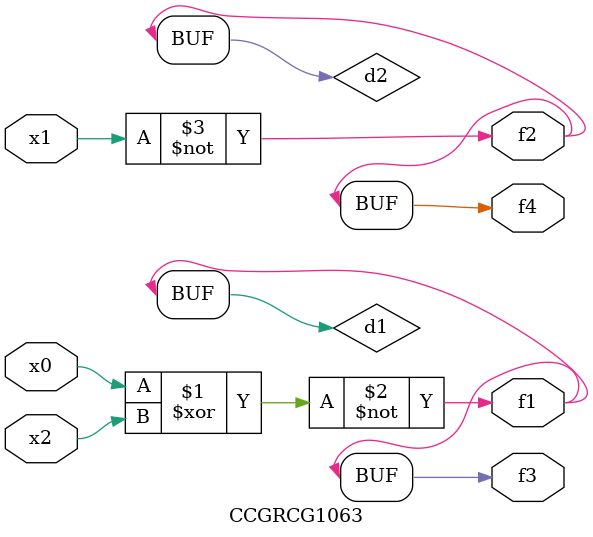
<source format=v>
module CCGRCG1063(
	input x0, x1, x2,
	output f1, f2, f3, f4
);

	wire d1, d2, d3;

	xnor (d1, x0, x2);
	nand (d2, x1);
	nor (d3, x1, x2);
	assign f1 = d1;
	assign f2 = d2;
	assign f3 = d1;
	assign f4 = d2;
endmodule

</source>
